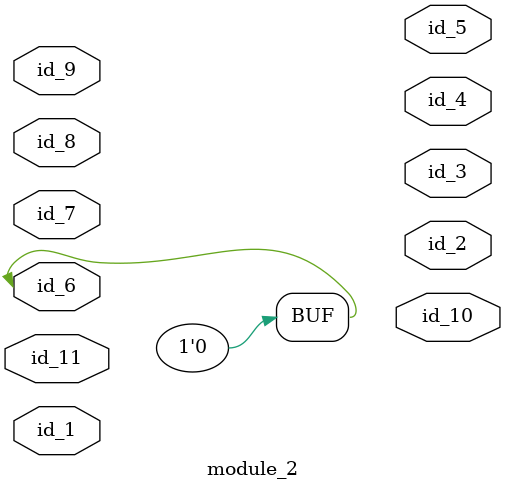
<source format=v>
module module_0;
endmodule
module module_1 (
    id_1,
    id_2,
    id_3,
    id_4,
    id_5,
    id_6,
    id_7,
    id_8,
    id_9,
    id_10
);
  inout wire id_10;
  input wire id_9;
  input wire id_8;
  input wire id_7;
  inout wire id_6;
  output wire id_5;
  output wire id_4;
  inout wire id_3;
  module_0 modCall_1 ();
  inout wire id_2;
  output wire id_1;
  assign id_3 = id_9;
endmodule
module module_2 (
    id_1,
    id_2,
    id_3,
    id_4,
    id_5,
    id_6,
    id_7,
    id_8,
    id_9,
    id_10,
    id_11
);
  inout wire id_11;
  output wire id_10;
  module_0 modCall_1 ();
  input wire id_9;
  inout wire id_8;
  input wire id_7;
  inout wand id_6;
  output wire id_5;
  output wire id_4;
  output wire id_3;
  output wire id_2;
  inout wire id_1;
  assign id_6 = (1'b0);
endmodule

</source>
